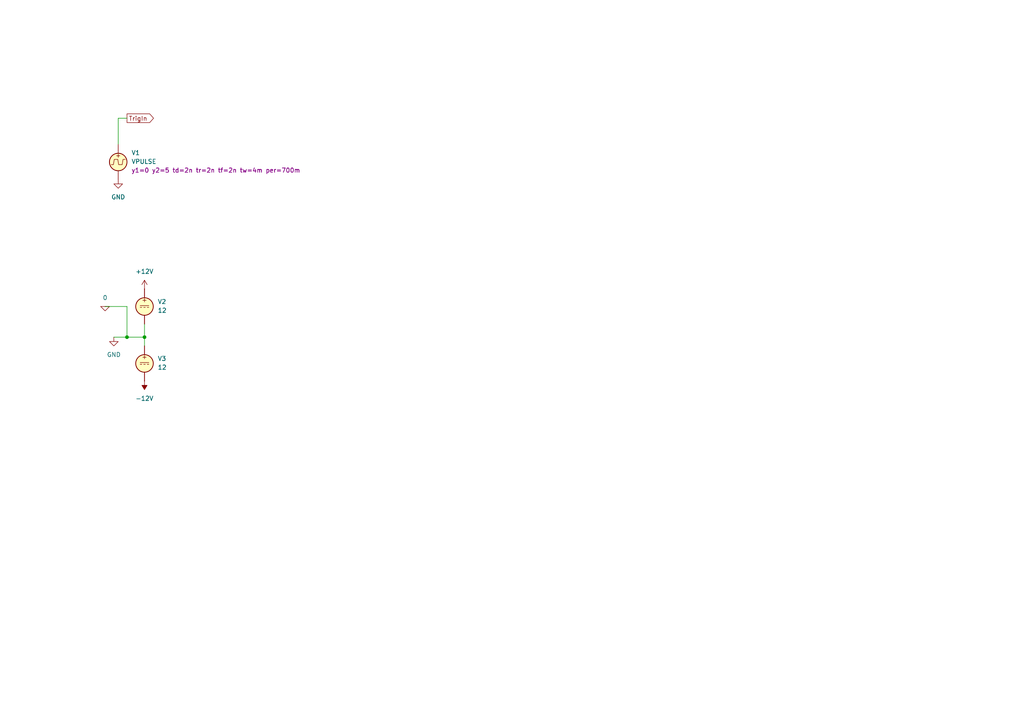
<source format=kicad_sch>
(kicad_sch (version 20231120) (generator "eeschema") (generator_version "8.0")
  (paper "A4")
  (title_block (company "Wooden Stake"))
  (lib_symbols
    (symbol "Simulation_SPICE:0" (power) (pin_numbers hide) (pin_names (offset 0) hide)
      (property "Value" "0" (at 0 -2.54 0))
      (symbol "0_0_1"
        (polyline (pts (xy -1.27 0) (xy 0 -1.27) (xy 1.27 0) (xy -1.27 0)))
      )
      (symbol "0_1_1"
        (pin power_in line (at 0 0 0) (length 0) (name "~") (number "1"))
      )
    )
    (symbol "Simulation_SPICE:VDC" (pin_numbers hide) (pin_names (offset 0.0254))
      (property "Reference" "V" (at 2.54 2.54 0))
      (property "Value" "1" (at 2.54 0 0))
      (symbol "VDC_0_0"
        (polyline (pts (xy -1.27 0.254) (xy 1.27 0.254)))
        (polyline (pts (xy -0.762 -0.254) (xy -1.27 -0.254)))
        (polyline (pts (xy 0.254 -0.254) (xy -0.254 -0.254)))
        (polyline (pts (xy 1.27 -0.254) (xy 0.762 -0.254)))
        (text "+" (at 0 1.905 0) (effects (font (size 1.27 1.27))))
      )
      (symbol "VDC_0_1"
        (circle (center 0 0) (radius 2.54) (stroke (width 0.254)) (fill (type background)))
      )
      (symbol "VDC_1_1"
        (pin passive line (at 0 5.08 270) (length 2.54) (name "~") (number "1"))
        (pin passive line (at 0 -5.08 90) (length 2.54) (name "~") (number "2"))
      )
    )
    (symbol "Simulation_SPICE:VPULSE" (pin_numbers hide) (pin_names (offset 0.0254))
      (property "Reference" "V" (at 2.54 2.54 0))
      (property "Value" "VPULSE" (at 2.54 0 0))
      (property "Sim.Params" "y1=0 y2=1 td=2n tr=2n tf=2n tw=50n per=100n" (at 2.54 -2.54 0))
      (symbol "VPULSE_0_0"
        (polyline (pts (xy -2.032 -0.762) (xy -1.397 -0.762) (xy -1.143 0.762) (xy -0.127 0.762) (xy 0.127 -0.762) (xy 1.143 -0.762) (xy 1.397 0.762) (xy 2.032 0.762)))
        (text "+" (at 0 1.905 0) (effects (font (size 1.27 1.27))))
      )
      (symbol "VPULSE_0_1"
        (circle (center 0 0) (radius 2.54) (stroke (width 0.254)) (fill (type background)))
      )
      (symbol "VPULSE_1_1"
        (pin passive line (at 0 5.08 270) (length 2.54) (name "~") (number "1"))
        (pin passive line (at 0 -5.08 90) (length 2.54) (name "~") (number "2"))
      )
    )
    (symbol "power:+12V" (power) (pin_numbers hide) (pin_names (offset 0) hide)
      (property "Value" "+12V" (at 0 3.556 0))
      (symbol "+12V_0_1"
        (polyline (pts (xy -0.762 1.27) (xy 0 2.54)))
        (polyline (pts (xy 0 0) (xy 0 2.54)))
        (polyline (pts (xy 0 2.54) (xy 0.762 1.27)))
      )
      (symbol "+12V_1_1"
        (pin power_in line (at 0 0 90) (length 0) (name "~") (number "1"))
      )
    )
    (symbol "power:-12V" (power) (pin_numbers hide) (pin_names (offset 0) hide)
      (property "Value" "-12V" (at 0 3.556 0))
      (symbol "-12V_0_0"
        (pin power_in line (at 0 0 90) (length 0) (name "~") (number "1"))
      )
      (symbol "-12V_0_1"
        (polyline (pts (xy 0 0) (xy 0 1.27) (xy 0.762 1.27) (xy 0 2.54) (xy -0.762 1.27) (xy 0 1.27)) (fill (type outline)))
      )
    )
    (symbol "power:GND" (power) (pin_numbers hide) (pin_names (offset 0) hide)
      (property "Value" "GND" (at 0 -3.81 0))
      (symbol "GND_0_1"
        (polyline (pts (xy 0 0) (xy 0 -1.27) (xy 1.27 -1.27) (xy 0 -2.54) (xy -1.27 -1.27) (xy 0 -1.27)))
      )
      (symbol "GND_1_1"
        (pin power_in line (at 0 0 270) (length 0) (name "~") (number "1"))
      )
    )
  )
  (junction (at 36.83 97.79))
  (junction (at 41.91 97.79))
  (wire (pts (xy 41.91 93.98) (xy 41.91 97.79)))
  (wire (pts (xy 41.91 97.79) (xy 41.91 100.33)))
  (wire (pts (xy 33.02 97.79) (xy 36.83 97.79)))
  (wire (pts (xy 36.83 97.79) (xy 41.91 97.79)))
  (wire (pts (xy 30.48 88.9) (xy 36.83 88.9)))
  (wire (pts (xy 36.83 88.9) (xy 36.83 97.79)))
  (wire (pts (xy 34.29 34.29) (xy 36.83 34.29)))
  (wire (pts (xy 34.29 41.91) (xy 34.29 34.29)))
  (global_label "TrigIn" (shape output) (at 36.83 34.29 0) (property "Intersheetrefs" "${INTERSHEET_REFS}" (effects (hide yes))))
  (symbol (lib_id "power:-12V") (at 41.91 110.49 180) (unit 1)
    (property "Reference" "#PWR037" (effects (hide yes)))
    (property "Value" "-12V" (at 41.91 115.57 0))
    (property "Description" "Power symbol creates a global label with name \"-12V\"" (effects (hide yes)))
  )
  (symbol (lib_id "Simulation_SPICE:VPULSE") (at 34.29 46.99 0) (unit 1) (in_bom no) (on_board no)
    (property "Reference" "V1" (at 38.1 44.3201 0) (effects (justify left)))
    (property "Value" "VPULSE" (at 38.1 46.8601 0) (effects (justify left)))
    (property "Datasheet" "https://ngspice.sourceforge.io/docs/ngspice-html-manual/manual.xhtml#sec_Independent_Sources_for" (effects (hide yes)))
    (property "Description" "Voltage source, pulse" (effects (hide yes)))
    (property "Sim.Pins" "1=+ 2=-" (effects (hide yes)))
    (property "Sim.Type" "PULSE" (effects (hide yes)))
    (property "Sim.Device" "V" (effects (hide yes)))
    (property "Sim.Params" "y1=0 y2=5 td=2n tr=2n tf=2n tw=4m per=700m" (at 38.1 49.4001 0) (effects (justify left)))
  )
  (symbol (lib_id "Simulation_SPICE:VDC") (at 41.91 88.9 0) (unit 1) (in_bom no) (on_board no)
    (property "Reference" "V2" (at 45.72 87.5001 0) (effects (justify left)))
    (property "Value" "12" (at 45.72 90.0401 0) (effects (justify left)))
    (property "Datasheet" "https://ngspice.sourceforge.io/docs/ngspice-html-manual/manual.xhtml#sec_Independent_Sources_for" (effects (hide yes)))
    (property "Description" "Voltage source, DC" (effects (hide yes)))
    (property "Sim.Pins" "1=+ 2=-" (effects (hide yes)))
    (property "Sim.Type" "DC" (effects (hide yes)))
    (property "Sim.Device" "V" (effects (hide yes)))
  )
  (symbol (lib_id "Simulation_SPICE:0") (at 30.48 88.9 0) (unit 1)
    (property "Reference" "#GND01" (effects (hide yes)))
    (property "Value" "0" (at 30.48 86.36 0))
    (property "Datasheet" "https://ngspice.sourceforge.io/docs/ngspice-html-manual/manual.xhtml#subsec_Circuit_elements__device" (effects (hide yes)))
    (property "Description" "0V reference potential for simulation" (effects (hide yes)))
  )
  (symbol (lib_id "power:GND") (at 33.02 97.79 0) (unit 1)
    (property "Reference" "#PWR034" (effects (hide yes)))
    (property "Value" "GND" (at 33.02 102.87 0))
    (property "Description" "Power symbol creates a global label with name \"GND\" , ground" (effects (hide yes)))
  )
  (symbol (lib_id "Simulation_SPICE:VDC") (at 41.91 105.41 0) (unit 1) (in_bom no) (on_board no)
    (property "Reference" "V3" (at 45.72 104.0101 0) (effects (justify left)))
    (property "Value" "12" (at 45.72 106.5501 0) (effects (justify left)))
    (property "Datasheet" "https://ngspice.sourceforge.io/docs/ngspice-html-manual/manual.xhtml#sec_Independent_Sources_for" (effects (hide yes)))
    (property "Description" "Voltage source, DC" (effects (hide yes)))
    (property "Sim.Pins" "1=+ 2=-" (effects (hide yes)))
    (property "Sim.Type" "DC" (effects (hide yes)))
    (property "Sim.Device" "V" (effects (hide yes)))
  )
  (symbol (lib_id "power:GND") (at 34.29 52.07 0) (unit 1)
    (property "Reference" "#PWR035" (effects (hide yes)))
    (property "Value" "GND" (at 34.29 57.15 0))
    (property "Description" "Power symbol creates a global label with name \"GND\" , ground" (effects (hide yes)))
  )
  (symbol (lib_id "power:+12V") (at 41.91 83.82 0) (unit 1)
    (property "Reference" "#PWR036" (effects (hide yes)))
    (property "Value" "+12V" (at 41.91 78.74 0))
    (property "Description" "Power symbol creates a global label with name \"+12V\"" (effects (hide yes)))
  )
)
</source>
